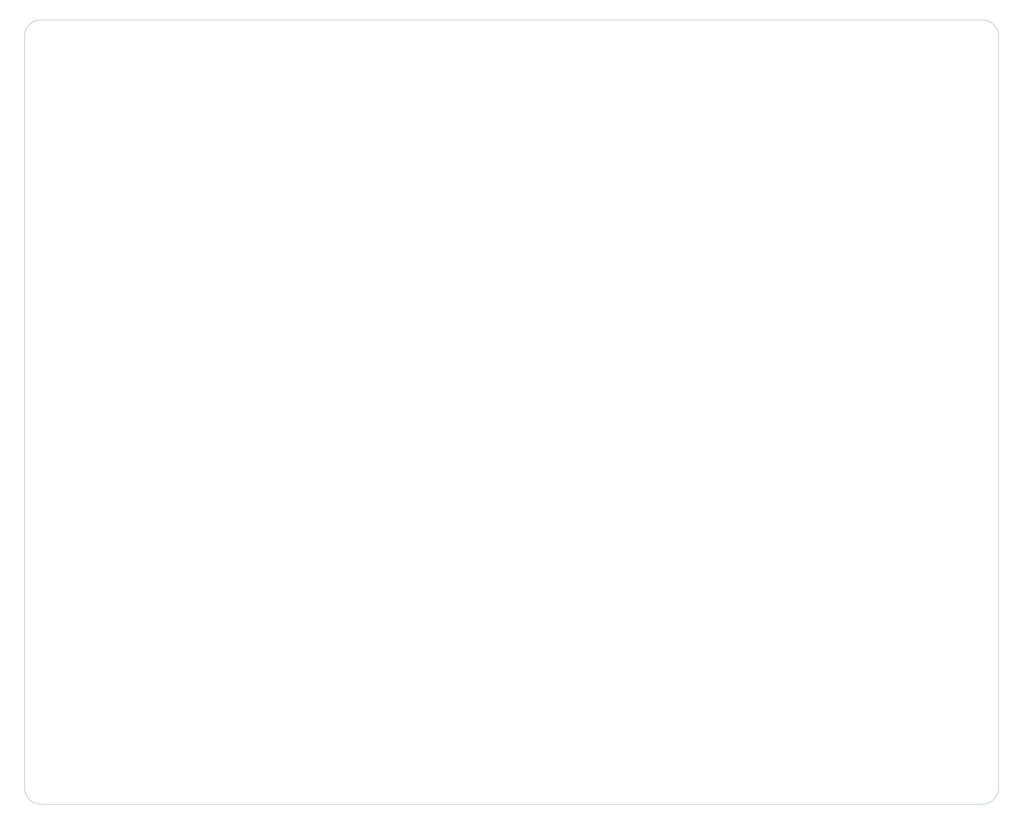
<source format=gbr>
G04 #@! TF.GenerationSoftware,KiCad,Pcbnew,(5.1.0-0)*
G04 #@! TF.CreationDate,2019-12-24T12:34:54-08:00*
G04 #@! TF.ProjectId,MainBoard,4d61696e-426f-4617-9264-2e6b69636164,rev?*
G04 #@! TF.SameCoordinates,Original*
G04 #@! TF.FileFunction,Profile,NP*
%FSLAX46Y46*%
G04 Gerber Fmt 4.6, Leading zero omitted, Abs format (unit mm)*
G04 Created by KiCad (PCBNEW (5.1.0-0)) date 2019-12-24 12:34:54*
%MOMM*%
%LPD*%
G04 APERTURE LIST*
%ADD10C,0.100000*%
G04 APERTURE END LIST*
D10*
X162560000Y-328930000D02*
X162560000Y-97790000D01*
X457200000Y-334010000D02*
X167640000Y-334010000D01*
X462280000Y-97790000D02*
X462280000Y-328930000D01*
X167640000Y-92710000D02*
X457200000Y-92710000D01*
X162560000Y-97790000D02*
G75*
G02X167640000Y-92710000I5080000J0D01*
G01*
X167640000Y-334010000D02*
G75*
G02X162560000Y-328930000I0J5080000D01*
G01*
X462280000Y-328930000D02*
G75*
G02X457200000Y-334010000I-5080000J0D01*
G01*
X457200000Y-92710000D02*
G75*
G02X462280000Y-97790000I0J-5080000D01*
G01*
M02*

</source>
